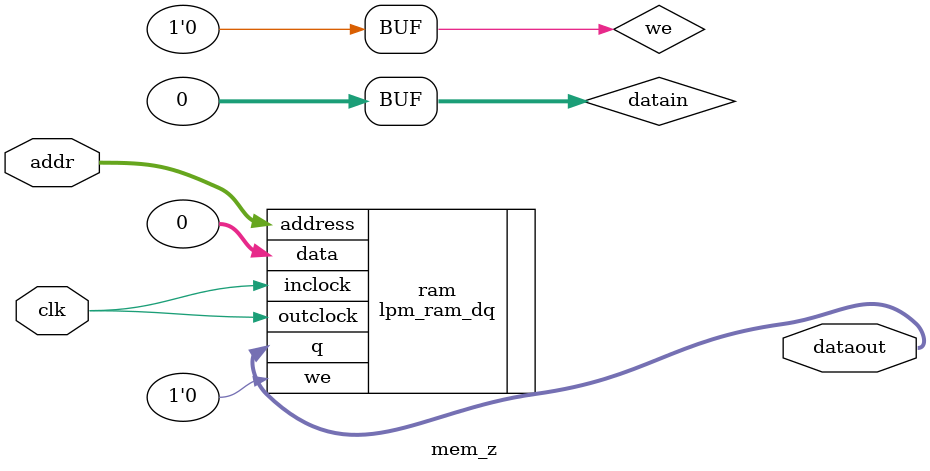
<source format=v>

module mem_z 
	#(parameter WIDTH = 32, ADDR_WIDTH = 7)
	(addr, clk, dataout);

// port instantiation
input   [ADDR_WIDTH - 1 : 0] addr;
input   clk;

output  [WIDTH - 1 : 0] dataout;

// initialize some zero values. 
wire [WIDTH - 1 : 0] datain;
assign datain = 0;
	
wire we;		// 	write not enable
assign we = 0;

// instantiating lpm_ram_dq
lpm_ram_dq ram (.data(datain), .address(addr), .we(we), .inclock(clk), 
                .outclock(clk), .q(dataout));

// passing the parameter values

defparam ram.lpm_width = WIDTH;
defparam ram.lpm_widthad = ADDR_WIDTH;
defparam ram.lpm_indata = "REGISTERED";
defparam ram.lpm_outdata = "REGISTERED";
defparam ram.lpm_file = "mem_z.mif";

endmodule
</source>
